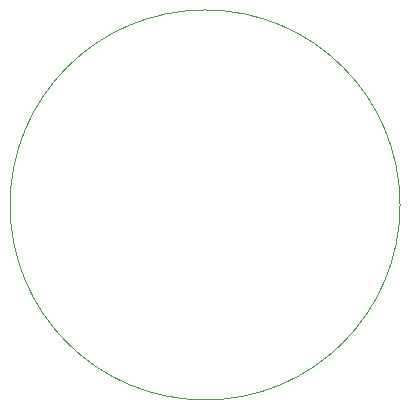
<source format=gbr>
G04 #@! TF.GenerationSoftware,KiCad,Pcbnew,(5.1.4)-1*
G04 #@! TF.CreationDate,2020-01-31T15:03:28+00:00*
G04 #@! TF.ProjectId,KeepCalm,4b656570-4361-46c6-9d2e-6b696361645f,rev?*
G04 #@! TF.SameCoordinates,Original*
G04 #@! TF.FileFunction,Profile,NP*
%FSLAX46Y46*%
G04 Gerber Fmt 4.6, Leading zero omitted, Abs format (unit mm)*
G04 Created by KiCad (PCBNEW (5.1.4)-1) date 2020-01-31 15:03:28*
%MOMM*%
%LPD*%
G04 APERTURE LIST*
%ADD10C,0.050000*%
G04 APERTURE END LIST*
D10*
X168910000Y-88900000D02*
G75*
G03X168910000Y-88900000I-16510000J0D01*
G01*
M02*

</source>
